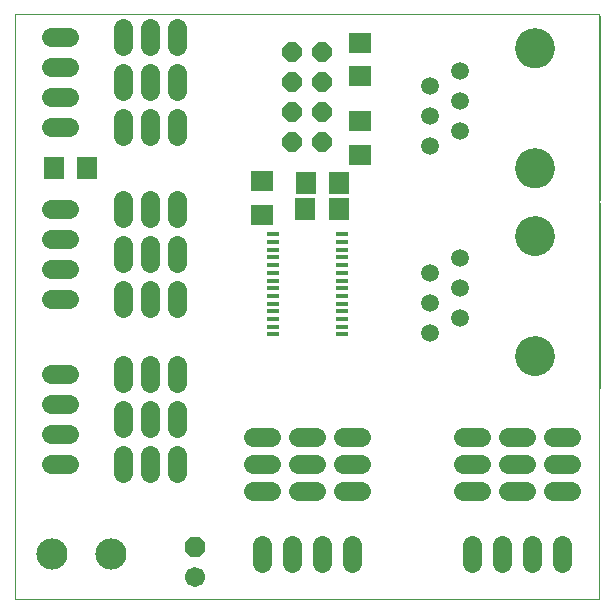
<source format=gts>
G75*
G70*
%OFA0B0*%
%FSLAX24Y24*%
%IPPOS*%
%LPD*%
%AMOC8*
5,1,8,0,0,1.08239X$1,22.5*
%
%ADD10C,0.0000*%
%ADD11C,0.0640*%
%ADD12R,0.0750X0.0670*%
%ADD13R,0.0430X0.0160*%
%ADD14R,0.0670X0.0750*%
%ADD15R,0.0670X0.0749*%
%ADD16OC8,0.0670*%
%ADD17C,0.0670*%
%ADD18C,0.0004*%
%ADD19C,0.0594*%
%ADD20C,0.1320*%
%ADD21C,0.1040*%
%ADD22OC8,0.0640*%
%ADD23C,0.0634*%
D10*
X000180Y000680D02*
X000180Y020176D01*
X019675Y020176D01*
X019675Y000680D01*
X000180Y000680D01*
X016869Y008805D02*
X016871Y008855D01*
X016877Y008905D01*
X016887Y008954D01*
X016900Y009003D01*
X016918Y009050D01*
X016939Y009096D01*
X016963Y009139D01*
X016991Y009181D01*
X017022Y009221D01*
X017056Y009258D01*
X017093Y009292D01*
X017133Y009323D01*
X017175Y009351D01*
X017218Y009375D01*
X017264Y009396D01*
X017311Y009414D01*
X017360Y009427D01*
X017409Y009437D01*
X017459Y009443D01*
X017509Y009445D01*
X017559Y009443D01*
X017609Y009437D01*
X017658Y009427D01*
X017707Y009414D01*
X017754Y009396D01*
X017800Y009375D01*
X017843Y009351D01*
X017885Y009323D01*
X017925Y009292D01*
X017962Y009258D01*
X017996Y009221D01*
X018027Y009181D01*
X018055Y009139D01*
X018079Y009096D01*
X018100Y009050D01*
X018118Y009003D01*
X018131Y008954D01*
X018141Y008905D01*
X018147Y008855D01*
X018149Y008805D01*
X018147Y008755D01*
X018141Y008705D01*
X018131Y008656D01*
X018118Y008607D01*
X018100Y008560D01*
X018079Y008514D01*
X018055Y008471D01*
X018027Y008429D01*
X017996Y008389D01*
X017962Y008352D01*
X017925Y008318D01*
X017885Y008287D01*
X017843Y008259D01*
X017800Y008235D01*
X017754Y008214D01*
X017707Y008196D01*
X017658Y008183D01*
X017609Y008173D01*
X017559Y008167D01*
X017509Y008165D01*
X017459Y008167D01*
X017409Y008173D01*
X017360Y008183D01*
X017311Y008196D01*
X017264Y008214D01*
X017218Y008235D01*
X017175Y008259D01*
X017133Y008287D01*
X017093Y008318D01*
X017056Y008352D01*
X017022Y008389D01*
X016991Y008429D01*
X016963Y008471D01*
X016939Y008514D01*
X016918Y008560D01*
X016900Y008607D01*
X016887Y008656D01*
X016877Y008705D01*
X016871Y008755D01*
X016869Y008805D01*
X016869Y012805D02*
X016871Y012855D01*
X016877Y012905D01*
X016887Y012954D01*
X016900Y013003D01*
X016918Y013050D01*
X016939Y013096D01*
X016963Y013139D01*
X016991Y013181D01*
X017022Y013221D01*
X017056Y013258D01*
X017093Y013292D01*
X017133Y013323D01*
X017175Y013351D01*
X017218Y013375D01*
X017264Y013396D01*
X017311Y013414D01*
X017360Y013427D01*
X017409Y013437D01*
X017459Y013443D01*
X017509Y013445D01*
X017559Y013443D01*
X017609Y013437D01*
X017658Y013427D01*
X017707Y013414D01*
X017754Y013396D01*
X017800Y013375D01*
X017843Y013351D01*
X017885Y013323D01*
X017925Y013292D01*
X017962Y013258D01*
X017996Y013221D01*
X018027Y013181D01*
X018055Y013139D01*
X018079Y013096D01*
X018100Y013050D01*
X018118Y013003D01*
X018131Y012954D01*
X018141Y012905D01*
X018147Y012855D01*
X018149Y012805D01*
X018147Y012755D01*
X018141Y012705D01*
X018131Y012656D01*
X018118Y012607D01*
X018100Y012560D01*
X018079Y012514D01*
X018055Y012471D01*
X018027Y012429D01*
X017996Y012389D01*
X017962Y012352D01*
X017925Y012318D01*
X017885Y012287D01*
X017843Y012259D01*
X017800Y012235D01*
X017754Y012214D01*
X017707Y012196D01*
X017658Y012183D01*
X017609Y012173D01*
X017559Y012167D01*
X017509Y012165D01*
X017459Y012167D01*
X017409Y012173D01*
X017360Y012183D01*
X017311Y012196D01*
X017264Y012214D01*
X017218Y012235D01*
X017175Y012259D01*
X017133Y012287D01*
X017093Y012318D01*
X017056Y012352D01*
X017022Y012389D01*
X016991Y012429D01*
X016963Y012471D01*
X016939Y012514D01*
X016918Y012560D01*
X016900Y012607D01*
X016887Y012656D01*
X016877Y012705D01*
X016871Y012755D01*
X016869Y012805D01*
X016869Y015055D02*
X016871Y015105D01*
X016877Y015155D01*
X016887Y015204D01*
X016900Y015253D01*
X016918Y015300D01*
X016939Y015346D01*
X016963Y015389D01*
X016991Y015431D01*
X017022Y015471D01*
X017056Y015508D01*
X017093Y015542D01*
X017133Y015573D01*
X017175Y015601D01*
X017218Y015625D01*
X017264Y015646D01*
X017311Y015664D01*
X017360Y015677D01*
X017409Y015687D01*
X017459Y015693D01*
X017509Y015695D01*
X017559Y015693D01*
X017609Y015687D01*
X017658Y015677D01*
X017707Y015664D01*
X017754Y015646D01*
X017800Y015625D01*
X017843Y015601D01*
X017885Y015573D01*
X017925Y015542D01*
X017962Y015508D01*
X017996Y015471D01*
X018027Y015431D01*
X018055Y015389D01*
X018079Y015346D01*
X018100Y015300D01*
X018118Y015253D01*
X018131Y015204D01*
X018141Y015155D01*
X018147Y015105D01*
X018149Y015055D01*
X018147Y015005D01*
X018141Y014955D01*
X018131Y014906D01*
X018118Y014857D01*
X018100Y014810D01*
X018079Y014764D01*
X018055Y014721D01*
X018027Y014679D01*
X017996Y014639D01*
X017962Y014602D01*
X017925Y014568D01*
X017885Y014537D01*
X017843Y014509D01*
X017800Y014485D01*
X017754Y014464D01*
X017707Y014446D01*
X017658Y014433D01*
X017609Y014423D01*
X017559Y014417D01*
X017509Y014415D01*
X017459Y014417D01*
X017409Y014423D01*
X017360Y014433D01*
X017311Y014446D01*
X017264Y014464D01*
X017218Y014485D01*
X017175Y014509D01*
X017133Y014537D01*
X017093Y014568D01*
X017056Y014602D01*
X017022Y014639D01*
X016991Y014679D01*
X016963Y014721D01*
X016939Y014764D01*
X016918Y014810D01*
X016900Y014857D01*
X016887Y014906D01*
X016877Y014955D01*
X016871Y015005D01*
X016869Y015055D01*
X016869Y019055D02*
X016871Y019105D01*
X016877Y019155D01*
X016887Y019204D01*
X016900Y019253D01*
X016918Y019300D01*
X016939Y019346D01*
X016963Y019389D01*
X016991Y019431D01*
X017022Y019471D01*
X017056Y019508D01*
X017093Y019542D01*
X017133Y019573D01*
X017175Y019601D01*
X017218Y019625D01*
X017264Y019646D01*
X017311Y019664D01*
X017360Y019677D01*
X017409Y019687D01*
X017459Y019693D01*
X017509Y019695D01*
X017559Y019693D01*
X017609Y019687D01*
X017658Y019677D01*
X017707Y019664D01*
X017754Y019646D01*
X017800Y019625D01*
X017843Y019601D01*
X017885Y019573D01*
X017925Y019542D01*
X017962Y019508D01*
X017996Y019471D01*
X018027Y019431D01*
X018055Y019389D01*
X018079Y019346D01*
X018100Y019300D01*
X018118Y019253D01*
X018131Y019204D01*
X018141Y019155D01*
X018147Y019105D01*
X018149Y019055D01*
X018147Y019005D01*
X018141Y018955D01*
X018131Y018906D01*
X018118Y018857D01*
X018100Y018810D01*
X018079Y018764D01*
X018055Y018721D01*
X018027Y018679D01*
X017996Y018639D01*
X017962Y018602D01*
X017925Y018568D01*
X017885Y018537D01*
X017843Y018509D01*
X017800Y018485D01*
X017754Y018464D01*
X017707Y018446D01*
X017658Y018433D01*
X017609Y018423D01*
X017559Y018417D01*
X017509Y018415D01*
X017459Y018417D01*
X017409Y018423D01*
X017360Y018433D01*
X017311Y018446D01*
X017264Y018464D01*
X017218Y018485D01*
X017175Y018509D01*
X017133Y018537D01*
X017093Y018568D01*
X017056Y018602D01*
X017022Y018639D01*
X016991Y018679D01*
X016963Y018721D01*
X016939Y018764D01*
X016918Y018810D01*
X016900Y018857D01*
X016887Y018906D01*
X016877Y018955D01*
X016871Y019005D01*
X016869Y019055D01*
D11*
X005580Y019130D02*
X005580Y019730D01*
X004680Y019730D02*
X004680Y019130D01*
X004680Y018230D02*
X004680Y017630D01*
X004680Y016730D02*
X004680Y016130D01*
X003780Y016130D02*
X003780Y016730D01*
X003780Y017630D02*
X003780Y018230D01*
X003780Y019130D02*
X003780Y019730D01*
X005580Y018230D02*
X005580Y017630D01*
X005580Y016730D02*
X005580Y016130D01*
X005580Y013980D02*
X005580Y013380D01*
X005580Y012480D02*
X005580Y011880D01*
X005580Y010980D02*
X005580Y010380D01*
X004680Y010380D02*
X004680Y010980D01*
X004680Y011880D02*
X004680Y012480D01*
X004680Y013380D02*
X004680Y013980D01*
X003780Y013980D02*
X003780Y013380D01*
X003780Y012480D02*
X003780Y011880D01*
X003780Y010980D02*
X003780Y010380D01*
X003780Y008480D02*
X003780Y007880D01*
X004680Y007880D02*
X004680Y008480D01*
X005580Y008480D02*
X005580Y007880D01*
X005580Y006980D02*
X005580Y006380D01*
X005580Y005480D02*
X005580Y004880D01*
X004680Y004880D02*
X004680Y005480D01*
X004680Y006380D02*
X004680Y006980D01*
X003780Y006980D02*
X003780Y006380D01*
X003780Y005480D02*
X003780Y004880D01*
X008130Y005180D02*
X008730Y005180D01*
X008730Y006080D02*
X008130Y006080D01*
X009630Y006080D02*
X010230Y006080D01*
X010230Y005180D02*
X009630Y005180D01*
X009630Y004280D02*
X010230Y004280D01*
X011130Y004280D02*
X011730Y004280D01*
X011730Y005180D02*
X011130Y005180D01*
X011130Y006080D02*
X011730Y006080D01*
X008730Y004280D02*
X008130Y004280D01*
X015130Y004280D02*
X015730Y004280D01*
X015730Y005180D02*
X015130Y005180D01*
X015130Y006080D02*
X015730Y006080D01*
X016630Y006080D02*
X017230Y006080D01*
X017230Y005180D02*
X016630Y005180D01*
X016630Y004280D02*
X017230Y004280D01*
X018130Y004280D02*
X018730Y004280D01*
X018730Y005180D02*
X018130Y005180D01*
X018130Y006080D02*
X018730Y006080D01*
D12*
X011680Y015495D03*
X011680Y016615D03*
X011680Y018120D03*
X011680Y019240D03*
X008430Y014615D03*
X008430Y013495D03*
D13*
X008781Y012843D03*
X008781Y012587D03*
X008781Y012332D03*
X008781Y012076D03*
X008781Y011820D03*
X008781Y011564D03*
X008781Y011308D03*
X008781Y011052D03*
X008781Y010796D03*
X008781Y010540D03*
X008781Y010284D03*
X008781Y010028D03*
X008781Y009773D03*
X008781Y009517D03*
X011079Y009517D03*
X011079Y009773D03*
X011079Y010028D03*
X011079Y010284D03*
X011079Y010540D03*
X011079Y010796D03*
X011079Y011052D03*
X011079Y011308D03*
X011079Y011564D03*
X011079Y011820D03*
X011079Y012076D03*
X011079Y012332D03*
X011079Y012587D03*
X011079Y012843D03*
D14*
X010990Y013680D03*
X009870Y013680D03*
D15*
X009879Y014555D03*
X010981Y014555D03*
X002606Y015055D03*
X001504Y015055D03*
D16*
X006180Y002430D03*
D17*
X006180Y001430D03*
D18*
X019678Y007730D02*
X019678Y013880D01*
X019678Y013980D02*
X019678Y020130D01*
D19*
X015009Y018305D03*
X015009Y017305D03*
X015009Y016305D03*
X014009Y015805D03*
X014009Y016805D03*
X014009Y017805D03*
X015009Y012055D03*
X015009Y011055D03*
X015009Y010055D03*
X014009Y009555D03*
X014009Y010555D03*
X014009Y011555D03*
D20*
X017509Y012805D03*
X017509Y015055D03*
X017509Y019055D03*
X017509Y008805D03*
D21*
X003399Y002180D03*
X001430Y002180D03*
D22*
X009430Y015930D03*
X009430Y016930D03*
X009430Y017930D03*
X009430Y018930D03*
X010430Y018930D03*
X010430Y017930D03*
X010430Y016930D03*
X010430Y015930D03*
D23*
X001977Y016430D02*
X001383Y016430D01*
X001383Y017430D02*
X001977Y017430D01*
X001977Y018430D02*
X001383Y018430D01*
X001383Y019430D02*
X001977Y019430D01*
X001977Y013680D02*
X001383Y013680D01*
X001383Y012680D02*
X001977Y012680D01*
X001977Y011680D02*
X001383Y011680D01*
X001383Y010680D02*
X001977Y010680D01*
X001977Y008180D02*
X001383Y008180D01*
X001383Y007180D02*
X001977Y007180D01*
X001977Y006180D02*
X001383Y006180D01*
X001383Y005180D02*
X001977Y005180D01*
X008430Y002477D02*
X008430Y001883D01*
X009430Y001883D02*
X009430Y002477D01*
X010430Y002477D02*
X010430Y001883D01*
X011430Y001883D02*
X011430Y002477D01*
X015430Y002477D02*
X015430Y001883D01*
X016430Y001883D02*
X016430Y002477D01*
X017430Y002477D02*
X017430Y001883D01*
X018430Y001883D02*
X018430Y002477D01*
M02*

</source>
